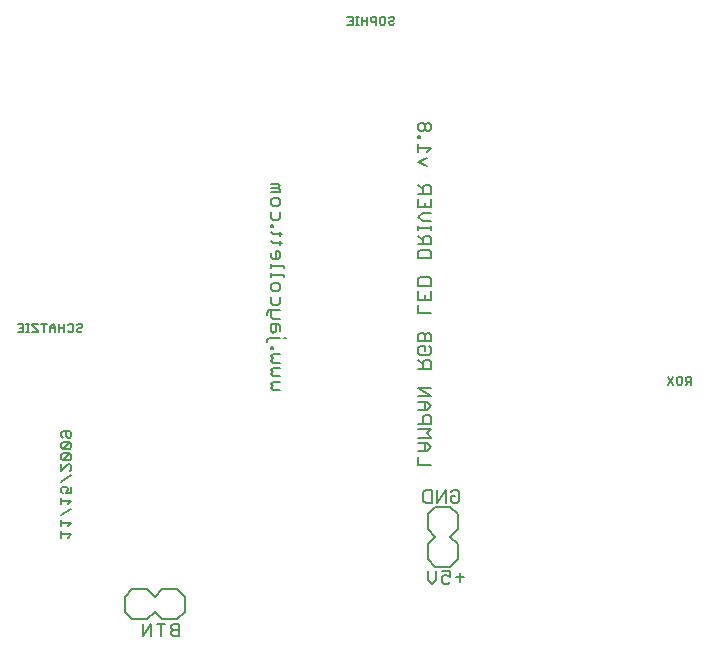
<source format=gbo>
G75*
G70*
%OFA0B0*%
%FSLAX24Y24*%
%IPPOS*%
%LPD*%
%AMOC8*
5,1,8,0,0,1.08239X$1,22.5*
%
%ADD10C,0.0080*%
%ADD11C,0.0060*%
%ADD12C,0.0050*%
D10*
X005194Y002875D02*
X005194Y003296D01*
X005335Y003435D02*
X004835Y003435D01*
X004585Y003685D01*
X004585Y004185D01*
X004835Y004435D01*
X005335Y004435D01*
X005585Y004185D01*
X005835Y004435D01*
X006335Y004435D01*
X006585Y004185D01*
X006585Y003685D01*
X006335Y003435D01*
X005835Y003435D01*
X005585Y003685D01*
X005335Y003435D01*
X005475Y003296D02*
X005194Y002875D01*
X005475Y002875D02*
X005475Y003296D01*
X005655Y003296D02*
X005935Y003296D01*
X005795Y003296D02*
X005795Y002875D01*
X006115Y002945D02*
X006185Y002875D01*
X006395Y002875D01*
X006395Y003296D01*
X006185Y003296D01*
X006115Y003226D01*
X006115Y003156D01*
X006185Y003086D01*
X006395Y003086D01*
X006185Y003086D02*
X006115Y003015D01*
X006115Y002945D01*
X014544Y007395D02*
X014544Y007676D01*
X014614Y007746D01*
X014825Y007746D01*
X014825Y007325D01*
X014614Y007325D01*
X014544Y007395D01*
X014935Y007185D02*
X015435Y007185D01*
X015685Y006935D01*
X015685Y006435D01*
X015435Y006185D01*
X015685Y005935D01*
X015685Y005435D01*
X015435Y005185D01*
X014935Y005185D01*
X014685Y005435D01*
X014685Y005935D01*
X014935Y006185D01*
X014685Y006435D01*
X014685Y006935D01*
X014935Y007185D01*
X015005Y007325D02*
X015005Y007746D01*
X015285Y007746D02*
X015005Y007325D01*
X015285Y007325D02*
X015285Y007746D01*
X015465Y007676D02*
X015535Y007746D01*
X015675Y007746D01*
X015745Y007676D01*
X015745Y007395D01*
X015675Y007325D01*
X015535Y007325D01*
X015465Y007395D01*
X015465Y007536D01*
X015605Y007536D01*
X014796Y008575D02*
X014375Y008575D01*
X014375Y008856D01*
X014375Y009036D02*
X014656Y009036D01*
X014796Y009176D01*
X014656Y009316D01*
X014375Y009316D01*
X014375Y009496D02*
X014796Y009496D01*
X014656Y009636D01*
X014796Y009776D01*
X014375Y009776D01*
X014375Y009956D02*
X014796Y009956D01*
X014796Y010167D01*
X014726Y010237D01*
X014586Y010237D01*
X014515Y010167D01*
X014515Y009956D01*
X014586Y010417D02*
X014586Y010697D01*
X014656Y010697D02*
X014375Y010697D01*
X014375Y010877D02*
X014796Y010877D01*
X014375Y011157D01*
X014796Y011157D01*
X014656Y010697D02*
X014796Y010557D01*
X014656Y010417D01*
X014375Y010417D01*
X014586Y009316D02*
X014586Y009036D01*
X009756Y011075D02*
X009545Y011075D01*
X009475Y011145D01*
X009545Y011215D01*
X009475Y011286D01*
X009545Y011356D01*
X009756Y011356D01*
X009756Y011536D02*
X009545Y011536D01*
X009475Y011606D01*
X009545Y011676D01*
X009475Y011746D01*
X009545Y011816D01*
X009756Y011816D01*
X009756Y011996D02*
X009545Y011996D01*
X009475Y012066D01*
X009545Y012136D01*
X009475Y012206D01*
X009545Y012276D01*
X009756Y012276D01*
X009545Y012456D02*
X009545Y012526D01*
X009475Y012526D01*
X009475Y012456D01*
X009545Y012456D01*
X009335Y012687D02*
X009335Y012757D01*
X009405Y012827D01*
X009756Y012827D01*
X009896Y012827D02*
X009966Y012827D01*
X009756Y013064D02*
X009756Y013204D01*
X009686Y013274D01*
X009475Y013274D01*
X009475Y013064D01*
X009545Y012993D01*
X009615Y013064D01*
X009615Y013274D01*
X009545Y013454D02*
X009475Y013524D01*
X009475Y013734D01*
X009405Y013734D02*
X009756Y013734D01*
X009686Y013914D02*
X009545Y013914D01*
X009475Y013984D01*
X009475Y014194D01*
X009545Y014375D02*
X009475Y014445D01*
X009475Y014585D01*
X009545Y014655D01*
X009686Y014655D01*
X009756Y014585D01*
X009756Y014445D01*
X009686Y014375D01*
X009545Y014375D01*
X009756Y014194D02*
X009756Y013984D01*
X009686Y013914D01*
X009405Y013734D02*
X009335Y013664D01*
X009335Y013594D01*
X009545Y013454D02*
X009756Y013454D01*
X009896Y014835D02*
X009896Y014905D01*
X009475Y014905D01*
X009475Y014835D02*
X009475Y014975D01*
X009475Y015142D02*
X009475Y015282D01*
X009475Y015212D02*
X009896Y015212D01*
X009896Y015142D01*
X009686Y015449D02*
X009756Y015519D01*
X009756Y015659D01*
X009686Y015729D01*
X009615Y015729D01*
X009615Y015449D01*
X009545Y015449D02*
X009686Y015449D01*
X009545Y015449D02*
X009475Y015519D01*
X009475Y015659D01*
X009545Y015979D02*
X009475Y016049D01*
X009545Y015979D02*
X009826Y015979D01*
X009756Y015909D02*
X009756Y016049D01*
X009756Y016216D02*
X009756Y016356D01*
X009826Y016286D02*
X009545Y016286D01*
X009475Y016356D01*
X009475Y016523D02*
X009475Y016593D01*
X009545Y016593D01*
X009545Y016523D01*
X009475Y016523D01*
X009545Y016753D02*
X009475Y016823D01*
X009475Y017033D01*
X009545Y017213D02*
X009475Y017283D01*
X009475Y017423D01*
X009545Y017494D01*
X009686Y017494D01*
X009756Y017423D01*
X009756Y017283D01*
X009686Y017213D01*
X009545Y017213D01*
X009756Y017033D02*
X009756Y016823D01*
X009686Y016753D01*
X009545Y016753D01*
X009475Y017674D02*
X009756Y017674D01*
X009756Y017744D01*
X009686Y017814D01*
X009756Y017884D01*
X009686Y017954D01*
X009475Y017954D01*
X009475Y017814D02*
X009686Y017814D01*
X014375Y017909D02*
X014515Y017769D01*
X014515Y017839D02*
X014515Y017629D01*
X014375Y017629D02*
X014796Y017629D01*
X014796Y017839D01*
X014726Y017909D01*
X014586Y017909D01*
X014515Y017839D01*
X014375Y017449D02*
X014375Y017169D01*
X014796Y017169D01*
X014796Y017449D01*
X014586Y017309D02*
X014586Y017169D01*
X014515Y016989D02*
X014796Y016989D01*
X014515Y016989D02*
X014375Y016848D01*
X014515Y016708D01*
X014796Y016708D01*
X014796Y016541D02*
X014796Y016401D01*
X014796Y016471D02*
X014375Y016471D01*
X014375Y016401D02*
X014375Y016541D01*
X014375Y016221D02*
X014515Y016081D01*
X014515Y016151D02*
X014515Y015941D01*
X014375Y015941D02*
X014796Y015941D01*
X014796Y016151D01*
X014726Y016221D01*
X014586Y016221D01*
X014515Y016151D01*
X014445Y015761D02*
X014726Y015761D01*
X014796Y015691D01*
X014796Y015481D01*
X014375Y015481D01*
X014375Y015691D01*
X014445Y015761D01*
X014445Y014840D02*
X014726Y014840D01*
X014796Y014770D01*
X014796Y014560D01*
X014375Y014560D01*
X014375Y014770D01*
X014445Y014840D01*
X014375Y014380D02*
X014375Y014100D01*
X014796Y014100D01*
X014796Y014380D01*
X014586Y014240D02*
X014586Y014100D01*
X014375Y013919D02*
X014375Y013639D01*
X014796Y013639D01*
X014726Y012999D02*
X014656Y012999D01*
X014586Y012929D01*
X014586Y012719D01*
X014586Y012538D02*
X014586Y012398D01*
X014586Y012538D02*
X014445Y012538D01*
X014375Y012468D01*
X014375Y012328D01*
X014445Y012258D01*
X014726Y012258D01*
X014796Y012328D01*
X014796Y012468D01*
X014726Y012538D01*
X014796Y012719D02*
X014375Y012719D01*
X014375Y012929D01*
X014445Y012999D01*
X014515Y012999D01*
X014586Y012929D01*
X014726Y012999D02*
X014796Y012929D01*
X014796Y012719D01*
X014726Y012078D02*
X014586Y012078D01*
X014515Y012008D01*
X014515Y011798D01*
X014375Y011798D02*
X014796Y011798D01*
X014796Y012008D01*
X014726Y012078D01*
X014515Y011938D02*
X014375Y012078D01*
X014656Y018550D02*
X014375Y018690D01*
X014656Y018830D01*
X014656Y019010D02*
X014796Y019150D01*
X014375Y019150D01*
X014375Y019010D02*
X014375Y019290D01*
X014375Y019470D02*
X014375Y019540D01*
X014445Y019540D01*
X014445Y019470D01*
X014375Y019470D01*
X014445Y019701D02*
X014515Y019701D01*
X014586Y019771D01*
X014586Y019911D01*
X014515Y019981D01*
X014445Y019981D01*
X014375Y019911D01*
X014375Y019771D01*
X014445Y019701D01*
X014586Y019771D02*
X014656Y019701D01*
X014726Y019701D01*
X014796Y019771D01*
X014796Y019911D01*
X014726Y019981D01*
X014656Y019981D01*
X014586Y019911D01*
X014694Y005046D02*
X014694Y004765D01*
X014835Y004625D01*
X014975Y004765D01*
X014975Y005046D01*
X015155Y005046D02*
X015435Y005046D01*
X015435Y004836D01*
X015295Y004906D01*
X015225Y004906D01*
X015155Y004836D01*
X015155Y004695D01*
X015225Y004625D01*
X015365Y004625D01*
X015435Y004695D01*
X015615Y004836D02*
X015895Y004836D01*
X015755Y004976D02*
X015755Y004695D01*
D11*
X002806Y006279D02*
X002465Y006279D01*
X002465Y006392D02*
X002465Y006165D01*
X002692Y006165D02*
X002806Y006279D01*
X002692Y006534D02*
X002806Y006647D01*
X002465Y006647D01*
X002465Y006534D02*
X002465Y006761D01*
X002465Y006902D02*
X002806Y007129D01*
X002692Y007270D02*
X002806Y007384D01*
X002465Y007384D01*
X002465Y007497D02*
X002465Y007270D01*
X002522Y007639D02*
X002465Y007695D01*
X002465Y007809D01*
X002522Y007865D01*
X002635Y007865D01*
X002692Y007809D01*
X002692Y007752D01*
X002635Y007639D01*
X002806Y007639D01*
X002806Y007865D01*
X002465Y008007D02*
X002806Y008234D01*
X002749Y008375D02*
X002806Y008432D01*
X002806Y008545D01*
X002749Y008602D01*
X002692Y008602D01*
X002465Y008375D01*
X002465Y008602D01*
X002522Y008744D02*
X002749Y008970D01*
X002522Y008970D01*
X002465Y008914D01*
X002465Y008800D01*
X002522Y008744D01*
X002749Y008744D01*
X002806Y008800D01*
X002806Y008914D01*
X002749Y008970D01*
X002749Y009112D02*
X002806Y009169D01*
X002806Y009282D01*
X002749Y009339D01*
X002522Y009112D01*
X002465Y009169D01*
X002465Y009282D01*
X002522Y009339D01*
X002749Y009339D01*
X002749Y009480D02*
X002692Y009480D01*
X002635Y009537D01*
X002635Y009707D01*
X002522Y009707D02*
X002749Y009707D01*
X002806Y009650D01*
X002806Y009537D01*
X002749Y009480D01*
X002522Y009480D02*
X002465Y009537D01*
X002465Y009650D01*
X002522Y009707D01*
X002522Y009112D02*
X002749Y009112D01*
D12*
X002731Y013010D02*
X002686Y013055D01*
X002731Y013010D02*
X002821Y013010D01*
X002866Y013055D01*
X002866Y013236D01*
X002821Y013281D01*
X002731Y013281D01*
X002686Y013236D01*
X002571Y013281D02*
X002571Y013010D01*
X002571Y013145D02*
X002391Y013145D01*
X002276Y013145D02*
X002096Y013145D01*
X002096Y013190D02*
X002096Y013010D01*
X002276Y013010D02*
X002276Y013190D01*
X002186Y013281D01*
X002096Y013190D01*
X001982Y013281D02*
X001802Y013281D01*
X001892Y013281D02*
X001892Y013010D01*
X001687Y013010D02*
X001507Y013010D01*
X001392Y013010D02*
X001302Y013010D01*
X001347Y013010D02*
X001347Y013281D01*
X001392Y013281D02*
X001302Y013281D01*
X001196Y013281D02*
X001196Y013010D01*
X001016Y013010D01*
X001106Y013145D02*
X001196Y013145D01*
X001196Y013281D02*
X001016Y013281D01*
X001507Y013281D02*
X001507Y013236D01*
X001687Y013055D01*
X001687Y013010D01*
X001687Y013281D02*
X001507Y013281D01*
X002391Y013281D02*
X002391Y013010D01*
X002980Y013055D02*
X003025Y013010D01*
X003115Y013010D01*
X003160Y013055D01*
X003115Y013145D02*
X003025Y013145D01*
X002980Y013100D01*
X002980Y013055D01*
X003115Y013145D02*
X003160Y013190D01*
X003160Y013236D01*
X003115Y013281D01*
X003025Y013281D01*
X002980Y013236D01*
X012005Y023260D02*
X012185Y023260D01*
X012185Y023531D01*
X012005Y023531D01*
X012095Y023395D02*
X012185Y023395D01*
X012292Y023260D02*
X012382Y023260D01*
X012337Y023260D02*
X012337Y023531D01*
X012382Y023531D02*
X012292Y023531D01*
X012496Y023531D02*
X012496Y023260D01*
X012496Y023395D02*
X012676Y023395D01*
X012791Y023395D02*
X012836Y023350D01*
X012971Y023350D01*
X012971Y023260D02*
X012971Y023531D01*
X012836Y023531D01*
X012791Y023486D01*
X012791Y023395D01*
X012676Y023260D02*
X012676Y023531D01*
X013086Y023486D02*
X013086Y023305D01*
X013131Y023260D01*
X013221Y023260D01*
X013266Y023305D01*
X013266Y023486D01*
X013221Y023531D01*
X013131Y023531D01*
X013086Y023486D01*
X013380Y023486D02*
X013425Y023531D01*
X013515Y023531D01*
X013560Y023486D01*
X013560Y023440D01*
X013515Y023395D01*
X013425Y023395D01*
X013380Y023350D01*
X013380Y023305D01*
X013425Y023260D01*
X013515Y023260D01*
X013560Y023305D01*
X022691Y011531D02*
X022871Y011260D01*
X022986Y011305D02*
X022986Y011486D01*
X023031Y011531D01*
X023121Y011531D01*
X023166Y011486D01*
X023166Y011305D01*
X023121Y011260D01*
X023031Y011260D01*
X022986Y011305D01*
X022871Y011531D02*
X022691Y011260D01*
X023280Y011260D02*
X023370Y011350D01*
X023325Y011350D02*
X023460Y011350D01*
X023460Y011260D02*
X023460Y011531D01*
X023325Y011531D01*
X023280Y011486D01*
X023280Y011395D01*
X023325Y011350D01*
M02*

</source>
